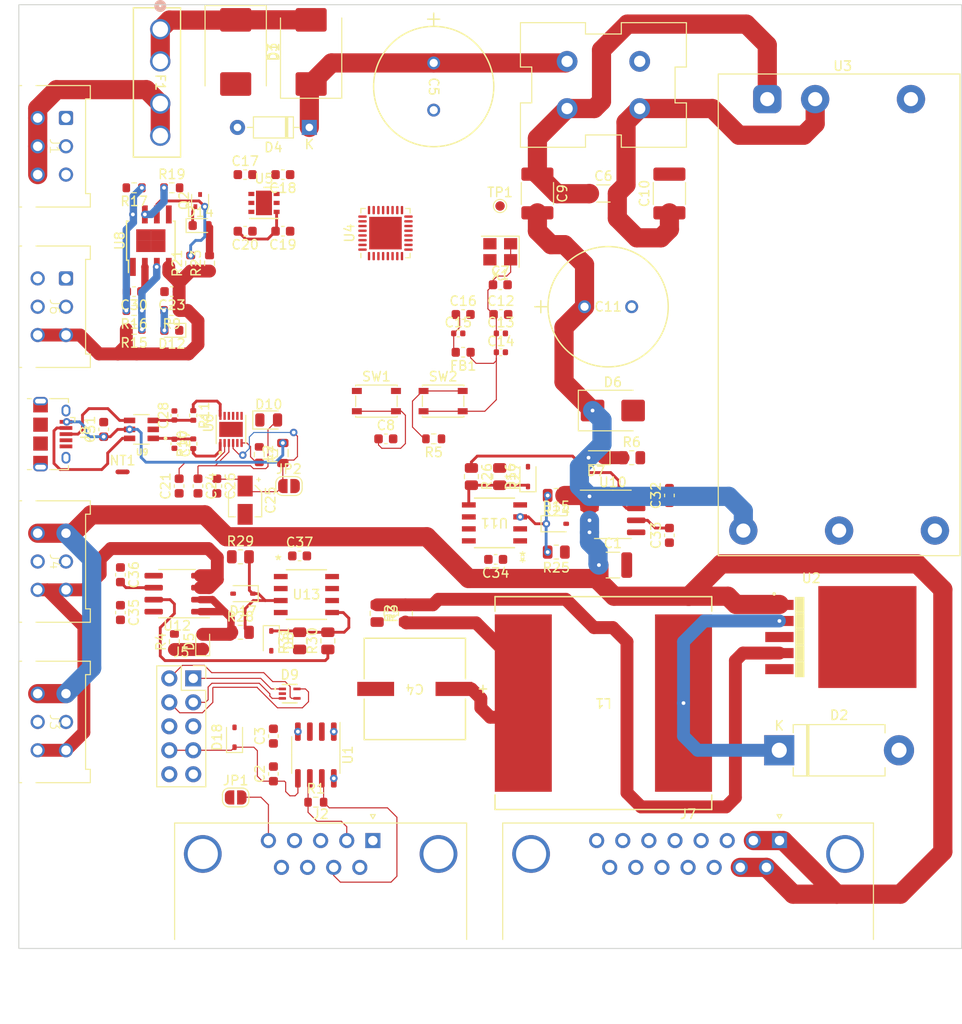
<source format=kicad_pcb>
(kicad_pcb (version 20221018) (generator pcbnew)
  (layers (0 "F.Cu" signal "Top.Cu") (1 "In1.Cu" signal) (2 "In2.Cu" signal) (31 "B.Cu" signal "Bottom.Cu") (34 "B.Paste" user) (35 "F.Paste" user) (36 "B.SilkS" user "B.Silkscreen") (37 "F.SilkS" user "F.Silkscreen") (38 "B.Mask" user) (39 "F.Mask" user) (44 "Edge.Cuts" user))
  (net 0 "")
  (net 1 "GND")
  (net 2 "+5V")
  (net 3 "Net-(U3-+VIN)")
  (net 4 "Net-(D3-K)")
  (net 5 "GND1")
  (net 6 "/VoltageCurrentSensing12V/Current_Sense_IN")
  (net 7 "/~{RST}")
  (net 8 "/MCU_3V3")
  (net 9 "Net-(U3--VIN)")
  (net 10 "/5V_UP")
  (net 11 "Net-(JP2-A)")
  (net 12 "/FTDI_{~{RST}}")
  (net 13 "/VCCIO")
  (net 14 "/DM")
  (net 15 "/DP")
  (net 16 "/V_{BUS}")
  (net 17 "Net-(U8-dV{slash}dT)")
  (net 18 "Net-(U10-FILTER)")
  (net 19 "/VoltageCurrentSensing5V_1/Current_Sense_IN")
  (net 20 "Net-(U12-FILTER)")
  (net 21 "Net-(D2-K)")
  (net 22 "Net-(D5-K)")
  (net 23 "Net-(D7-K)")
  (net 24 "Net-(D10-K)")
  (net 25 "Net-(D12-A)")
  (net 26 "Net-(D14-K)")
  (net 27 "Net-(D15-K)")
  (net 28 "Net-(D17-K)")
  (net 29 "Net-(D14-A)")
  (net 30 "Net-(D16-K)")
  (net 33 "/SW_{IM}")
  (net 34 "/PA14")
  (net 35 "/PA13")
  (net 38 "/FC_5V_B1")
  (net 40 "/FC+")
  (net 41 "Net-(U2-FB)")
  (net 42 "/CAN_L")
  (net 43 "/V-")
  (net 44 "Net-(U6-CBUS0)")
  (net 45 "/SHIELD")
  (net 46 "/CAN_H")
  (net 47 "Net-(U6-USBDM)")
  (net 48 "/V+")
  (net 49 "/12V_{FC}")
  (net 50 "Net-(U6-USBDP)")
  (net 51 "/D-")
  (net 52 "/D+")
  (net 53 "/GND_{1}")
  (net 54 "/U_5V")
  (net 55 "Net-(D1-K)")
  (net 56 "Net-(D8-K)")
  (net 57 "/~{FAULT}")
  (net 58 "Net-(U8-EN{slash}UVLO)")
  (net 59 "Net-(U8-OVLO)")
  (net 60 "Net-(U10-VIOUT)")
  (net 61 "Net-(U12-VIOUT)")
  (net 62 "/PA1")
  (net 63 "/PA2")
  (net 64 "/BOOT0")
  (net 67 "/I_{MON}5V")
  (net 68 "/PA8")
  (net 71 "Net-(U4-VDDA)")
  (net 72 "/12V_Voltage_Meas")
  (net 73 "/12V_Current_Meas")
  (net 74 "/5V_Voltage_Meas1")
  (net 75 "/5V_Current_Meas1")
  (net 76 "/CAN_{TXD}")
  (net 77 "/CAN_{RXD}")
  (net 78 "/CAN_{STBY}")
  (net 79 "/PC14")
  (net 80 "/PC15")
  (net 81 "/PA0")
  (net 82 "/PA7")
  (net 83 "/PB0")
  (net 84 "/PA9")
  (net 85 "/PA10")
  (net 86 "/PB3")
  (net 87 "/PB4")
  (net 88 "/PB5")
  (net 89 "/PB6")
  (net 90 "/PB7")
  (footprint "Capacitor_SMD:C_0603_1608Metric" (layer "F.Cu") (at 110.77585 110.405 -90)
    (fp_text reference "C36")
    (fp_text value "1n")
  )
  (footprint "Connector_Dsub:DSUB-9_Female_Horizontal_P2.77x2.84mm_EdgePinOffset7.70mm_Housed_MountingHolesOffset9.12mm" (layer "F.Cu") (at 137.55 138.569669)
    (fp_text reference "J2")
    (fp_text value "DE9_Receptacle")
  )
  (footprint "Capacitor_SMD:C_1812_4532Metric" (layer "F.Cu") (at 169 70 90)
    (fp_text reference "C10")
    (fp_text value "6.8n")
  )
  (footprint "Capacitor_SMD:C_0603_1608Metric" (layer "F.Cu") (at 169 106.225 90)
    (fp_text reference "C33")
    (fp_text value "1n")
  )
  (footprint "Package_SO:SOIC-8_3.9x4.9mm_P1.27mm" (layer "F.Cu") (at 163 104)
    (fp_text reference "U10")
    (fp_text value "ACS712xLCTR-05B")
  )
  (footprint "Package_DFN_QFN:DFN-6-1EP_3x3mm_P0.95mm_EP1.7x2.6mm" (layer "F.Cu") (at 126 71)
    (fp_text reference "U5")
    (fp_text value "LD39050PU33R")
  )
  (footprint "Capacitor_SMD:C_0603_1608Metric" (layer "F.Cu") (at 116.225 80.3975 180)
    (fp_text reference "C23")
    (fp_text value "100n")
  )
  (footprint "RB_FTP:STD_PWR_HEADER" (layer "F.Cu") (at 103.3 109 -90)
    (fp_text reference "J4")
    (fp_text value "STD_PWR_HEADER")
  )
  (footprint "Capacitor_SMD:C_0402_1005Metric" (layer "F.Cu") (at 151.125 84.825)
    (fp_text reference "C13")
    (fp_text value "100n")
  )
  (footprint "FPCB_Footprints:IND_101M51_VIS" (layer "F.Cu") (at 162 124 180)
    (fp_text reference "L1")
    (fp_text value "100u")
  )
  (footprint "Capacitor_SMD:C_0402_1005Metric" (layer "F.Cu") (at 146.605 84.825)
    (fp_text reference "C15")
    (fp_text value "100n")
  )
  (footprint "Connector_PinSocket_2.54mm:PinSocket_2x05_P2.54mm_Vertical" (layer "F.Cu") (at 118.5 121.38)
    (fp_text reference "J5")
    (fp_text value "Conn_02x05_Odd_Even")
  )
  (footprint "Resistor_SMD:R_0805_2012Metric" (layer "F.Cu") (at 138 114.5 -90)
    (fp_text reference "R3")
    (fp_text value "1k")
  )
  (footprint "Resistor_SMD:R_0603_1608Metric" (layer "F.Cu") (at 112.225 84.3975 180)
    (fp_text reference "R15")
    (fp_text value "150k")
  )
  (footprint "Capacitor_SMD:C_0603_1608Metric" (layer "F.Cu") (at 129.77585 108.405)
    (fp_text reference "C37")
    (fp_text value "0.1u")
  )
  (footprint "Crystal:Crystal_SMD_3225-4Pin_3.2x2.5mm" (layer "F.Cu") (at 151.0625 76.175 180)
    (fp_text reference "X1")
    (fp_text value "OXETDLJANF-8MHZ ")
  )
  (footprint "Diode_SMD:D_SMB" (layer "F.Cu") (at 163 93)
    (fp_text reference "D6")
    (fp_text value "SMBJ12A")
  )
  (footprint "Capacitor_SMD:C_1812_4532Metric" (layer "F.Cu") (at 155 70 -90)
    (fp_text reference "C9")
    (fp_text value "6.8n")
  )
  (footprint "Resistor_SMD:R_0805_2012Metric" (layer "F.Cu") (at 151 100 -90)
    (fp_text reference "R27")
    (fp_text value "1k")
  )
  (footprint "Resistor_SMD:R_0805_2012Metric" (layer "F.Cu") (at 132.77585 117.405 90)
    (fp_text reference "R30")
    (fp_text value "1.5k")
  )
  (footprint "Resistor_SMD:R_0603_1608Metric" (layer "F.Cu") (at 131.5 134.5)
    (fp_text reference "R1")
    (fp_text value "120")
  )
  (footprint "Resistor_SMD:R_0402_1005Metric" (layer "F.Cu") (at 118.5 93.52 -90)
    (fp_text reference "R11")
    (fp_text value "26.7")
  )
  (footprint "Resistor_SMD:R_0805_2012Metric" (layer "F.Cu") (at 123.5 108.5)
    (fp_text reference "R29")
    (fp_text value "1k")
  )
  (footprint "Capacitor_SMD:C_0603_1608Metric" (layer "F.Cu") (at 128 68 180)
    (fp_text reference "C18")
    (fp_text value "100n")
  )
  (footprint "RB_FTP:STD_PWR_HEADER" (layer "F.Cu") (at 103.3 126 -90)
    (fp_text reference "J3")
    (fp_text value "STD_PWR_HEADER")
  )
  (footprint "Diode_THT:D_DO-35_SOD27_P7.62mm_Horizontal" (layer "F.Cu") (at 130.81 63 180)
    (fp_text reference "D4")
    (fp_text value "1N5255B-TR")
  )
  (footprint "Inductor_SMD:L_0603_1608Metric" (layer "F.Cu") (at 147.125 86.825 180)
    (fp_text reference "FB1")
    (fp_text value "300R")
  )
  (footprint "Package_SO:TI_SO-PowerPAD-8" (layer "F.Cu") (at 114 75 90)
    (fp_text reference "U8")
    (fp_text value "TPS2596")
  )
  (footprint "Diode_SMD:D_SOD-323" (layer "F.Cu") (at 126.77585 117.405 -90)
    (fp_text reference "D8")
    (fp_text value "MM3Z3V3ST1GOSDKR-ND")
  )
  (footprint "Jumper:SolderJumper-2_P1.3mm_Open_RoundedPad1.0x1.5mm" (layer "F.Cu") (at 128.65 101)
    (fp_text reference "JP2")
    (fp_text value "SolderJumper_2_Open")
  )
  (footprint "Resistor_SMD:R_0805_2012Metric" (layer "F.Cu") (at 141 114.5 90)
    (fp_text reference "R2")
    (fp_text value "3.1k")
  )
  (footprint "Resistor_SMD:R_0603_1608Metric" (layer "F.Cu") (at 120.225 77.3975 90)
    (fp_text reference "R23")
    (fp_text value "120R")
  )
  (footprint "Resistor_SMD:R_0603_1608Metric" (layer "F.Cu") (at 116.225 82.3975 180)
    (fp_text reference "R9")
    (fp_text value "150R")
  )
  (footprint "Capacitor_SMD:CP_Elec_3x5.3" (layer "F.Cu") (at 124 102.5 -90)
    (fp_text reference "C25")
    (fp_text value "4u7")
  )
  (footprint "Diode_THT:D_DO-201AD_P12.70mm_Horizontal" (layer "F.Cu") (at 180.65 129)
    (fp_text reference "D2")
    (fp_text value "1N5822")
  )
  (footprint "Resistor_SMD:R_0805_2012Metric" (layer "F.Cu") (at 157 108 180)
    (fp_text reference "R25")
    (fp_text value "1k")
  )
  (footprint "Button_Switch_SMD:SW_SPST_PTS810" (layer "F.Cu") (at 145 92)
    (fp_text reference "SW2")
    (fp_text value "PTS815 SJM 250 SMTR LFS\n")
  )
  (footprint "LED_SMD:LED_0603_1608Metric" (layer "F.Cu") (at 116.225 84.5 180)
    (fp_text reference "D12")
    (fp_text value "BLUE")
  )
  (footprint "Capacitor_SMD:C_1206_3216Metric" (layer "F.Cu") (at 162 70)
    (fp_text reference "C6")
    (fp_text value "10u")
  )
  (footprint "Capacitor_SMD:C_0402_1005Metric" (layer "F.Cu") (at 116.5 96.52 -90)
    (fp_text reference "C27")
    (fp_text value "47p")
  )
  (footprint "LED_SMD:LED_0603_1608Metric" (layer "F.Cu") (at 119.5 117.5 90)
    (fp_text reference "D5")
    (fp_text value "LED")
  )
  (footprint "Capacitor_SMD:C_0603_1608Metric" (layer "F.Cu") (at 128 74 180)
    (fp_text reference "C19")
    (fp_text value "1u")
  )
  (footprint "Capacitor_SMD:C_0603_1608Metric" (layer "F.Cu") (at 138.925 96)
    (fp_text reference "C8")
    (fp_text value "100n")
  )
  (footprint "Resistor_SMD:R_0603_1608Metric" (layer "F.Cu") (at 116.5 117.5 90)
    (fp_text reference "R4")
    (fp_text value "560")
  )
  (footprint "Resistor_SMD:R_0805_2012Metric" (layer "F.Cu") (at 123.5 116.5)
    (fp_text reference "R28")
    (fp_text value "2k")
  )
  (footprint "Capacitor_SMD:C_0603_1608Metric" (layer "F.Cu") (at 151.125 82.825)
    (fp_text reference "C12")
    (fp_text value "4u7")
  )
  (footprint "Package_DFN_QFN:QFN-32-1EP_5x5mm_P0.5mm_EP3.45x3.45mm" (layer "F.Cu") (at 138.8875 74.2 90)
    (fp_text reference "U4")
    (fp_text value "STM32L432KCUx")
  )
  (footprint "Inductor_SMD:L_0805_2012Metric" (layer "F.Cu") (at 128 97.5 90)
    (fp_text reference "L2")
    (fp_text value "600R/0.5A")
  )
  (footprint "FCCB_FTP:ESDALC6V1P5" (layer "F.Cu") (at 128.7253 123.000001)
    (fp_text reference "D9")
    (fp_text value "ESDALC6V1P5")
  )
  (footprint "LED_SMD:LED_0805_2012Metric" (layer "F.Cu") (at 126.5 94)
    (fp_text reference "D10")
    (fp_text value "PINK")
  )
  (footprint "Converter_DCDC:Converter_DCDC_RECOM_RPA60-xxxxSFW" (layer "F.Cu") (at 179.38 60)
    (fp_text reference "U3")
    (fp_text value "RPA60-2412SFW")
  )
  (footprint "Button_Switch_SMD:SW_SPST_PTS810" (layer "F.Cu") (at 137.925 92)
    (fp_text reference "SW1")
    (fp_text value "PTS815 SJM 250 SMTR LFS")
  )
  (footprint "Capacitor_SMD:C_0603_1608Metric" (layer "F.Cu") (at 127 127.5 90)
    (fp_text reference "C3")
    (fp_text value "100n")
  )
  (footprint "Capacitor_SMD:C_0603_1608Metric" (layer "F.Cu") (at 119 101 -90)
    (fp_text reference "C24")
    (fp_text value "100n")
  )
  (footprint "Capacitor_SMD:C_0603_1608Metric" (layer "F.Cu") (at 147.125 82.825)
    (fp_text reference "C16")
    (fp_text value "1u")
  )
  (footprint "RB_FTP:STD_PWR_HEADER" (layer "F.Cu") (at 103.3 82 -90)
    (fp_text reference "J6")
    (fp_text value "STD_PWR_HEADER")
  )
  (footprint "FPCB_Footprints:D2PAK-5" (layer "F.Cu") (at 185.19 117)
    (fp_text reference "U2")
    (fp_text value "LM2576D2TR4-5G")
  )
  (footprint "BATT_FTP:SO8_STM" (layer "F.Cu") (at 150.4483 104.905 180)
    (fp_text reference "U11")
    (fp_text value "TSV912IDT")
  )
  (footprint "Capacitor_SMD:C_0603_1608Metric" (layer "F.Cu") (at 127 131.5 90)
    (fp_text reference "C2")
    (fp_text value "100n")
  )
  (footprint "Resistor_SMD:R_0603_1608Metric" (layer "F.Cu") (at 112.225 69.3975 180)
    (fp_text reference "R17")
    (fp_text value "47k")
  )
  (footprint "Diode_SMD:D_SMC" (layer "F.Cu") (at 131 55 90)
    (fp_text reference "D3")
    (fp_text value "SL44-E3_57T")
  )
  (footprint "FCCB_FTP:SON45P300X300X80-13N" (layer "F.Cu") (at 122.5 95 90)
    (fp_text reference "U6")
    (fp_text value "FT234XD-R")
  )
  (footprint "Package_TO_SOT_SMD:SOT-523" (layer "F.Cu") (at 119.225 70.7525 90)
    (fp_text reference "Q2")
    (fp_text value "NMOS")
  )
  (footprint "Diode_SMD:D_SOD-323" (layer "F.Cu") (at 123.77585 112.405 180)
    (fp_text reference "D17")
    (fp_text value "MM3Z3V3ST1GOSDKR-ND")
  )
  (footprint "Jumper:SolderJumper-2_P1.3mm_Open_RoundedPad1.0x1.5mm" (layer "F.Cu") (at 123 134)
    (fp_text reference "JP1")
    (fp_text value "SolderJumper_2_Open")
  )
  (footprint "Package_SO:SOIC-8_3.9x4.9mm_P1.27mm" (layer "F.Cu") (at 116.77585 112.405 180)
    (fp_text reference "U12")
    (fp_text value "ACS712xLCTR-05B")
  )
  (footprint "Resistor_SMD:R_0603_1608Metric" (layer "F.Cu") (at 116.225 69.3975)
    (fp_text reference "R19")
    (fp_text value "1k1")
  )
  (footprint "Capacitor_SMD:C_0603_1608Metric" (layer "F.Cu") (at 112.225 80.3975 180)
    (fp_text reference "C30")
    (fp_text value "2n2")
  )
  (footprint "Resistor_SMD:R_0603_1608Metric" (layer "F.Cu") (at 144 96 180)
    (fp_text reference "R5")
    (fp_text value "10k")
  )
  (footprint "Capacitor_SMD:C_0603_1608Metric" (layer "F.Cu") (at 121 101 -90)
    (fp_text reference "C26")
    (fp_text value "100n")
  )
  (footprint "Resistor_SMD:R_0603_1608Metric" (layer "F.Cu") (at 118.225 77.3975 90)
    (fp_text reference "R21")
    (fp_text value "10k")
  )
  (footprint "NetTie:NetTie-2_SMD_Pad0.5mm" (layer "F.Cu") (at 111 99.5)
    (fp_text reference "NT1")
    (fp_text value "NetTie_2")
  )
  (footprint "Diode_SMD:D_SOD-323" (layer "F.Cu") (at 154 100 90)
    (fp_text reference "D16")
    (fp_text value "MM3Z3V3ST1GOSDKR-ND")
  )
  (footprint "Capacitor_SMD:C_0603_1608Metric" (layer "F.Cu") (at 151.0625 79.675)
    (fp_text reference "C7")
    (fp_text value "100n")
  )
  (footprint "Resistor_SMD:R_0603_1608Metric" (layer "F.Cu") (at 112.225 82.3975 180)
    (fp_text reference "R16")
    (fp_text value "7k87")
  )
  (footprint "BATT_FTP:CONN_3544-2_KEY" (layer "F.Cu") (at 115 52.593999 -90)
    (fp_text reference "F1")
    (fp_text value "3544-2")
  )
  (footprint "Resistor_SMD:R_0805_2012Metric" (layer "F.Cu") (at 165 98)
    (fp_text reference "R6")
    (fp_text value "2k")
  )
  (footprint "RB_FTP:STD_PWR_HEADER" (layer "F.Cu") (at 103.3 65 -90)
    (fp_text reference "J1")
    (fp_text value "STD_PWR_HEADER")
  )
  (footprint "Capacitor_SMD:C_0603_1608Metric" (layer "F.Cu") (at 110.77585 114.405 -90)
    (fp_text reference "C35")
    (fp_text value "0.1u")
  )
  (footprint "Capacitor_SMD:C_0402_1005Metric" (layer "F.Cu") (at 116.5 93.52 90)
    (fp_text reference "C28")
    (fp_text value "47p")
  )
  (footprint "Connector_Dsub:DSUB-15_Female_Horizontal_P2.77x2.84mm_EdgePinOffset7.70mm_Housed_MountingHolesOffset9.12mm" (layer "F.Cu") (at 180.675 138.569669)
    (fp_text reference "J7")
    (fp_text value "DA15_Receptacle_MountingHoles")
  )
  (footprint "FPCB_Footprints:CAP_UAQ_12P5X20_NCH" (layer "F.Cu") (at 160 82)
    (fp_text reference "C11")
    (fp_text value "100u")
  )
  (footprint "Resistor_SMD:R_0402_1005Metric" (layer "F.Cu") (at 118.5 96.52 90)
    (fp_text reference "R10")
    (fp_text value "26.7")
  )
  (footprint "Capacitor_SMD:C_0603_1608Metric" (layer "F.Cu") (at 150.575 108.775 180)
    (fp_text reference "C34")
    (fp_text value "0.1u")
  )
  (footprint "Capacitor_SMD:C_0603_1608Metric" (layer "F.Cu") (at 169 102 90)
    (fp_text reference "C32")
    (fp_text value "0.1u")
  )
  (footprint "FPCB_Footprints:PCAP_10x10-ELECT_NCA" (layer "F.Cu") (at 142 122.5 180)
    (fp_text reference "C4")
    (fp_text value "1000u")
  )
  (footprint "Capacitor_SMD:C_0603_1608Metric" (layer "F.Cu") (at 117 101 90)
    (fp_text reference "C21")
    (fp_text value "100n")
  )
  (footprint "Resistor_SMD:R_0805_2012Metric" (layer "F.Cu") (at 129.77585 117.405 90)
    (fp_text reference "R31")
    (fp_text value "1k")
  )
  (footprint "Resistor_SMD:R_0805_2012Metric" (layer "F.Cu") (at 148 100 -90)
    (fp_text reference "R26")
    (fp_text value "1.5k")
  )
  (footprint "Resistor_SMD:R_0805_2012Metric" (layer "F.Cu") (at 157 102 180)
    (fp_text reference "R24")
    (fp_text value "2.7k")
  )
  (footprint "Capacitor_SMD:C_0603_1608Metric" (layer "F.Cu") (at 109 95 90)
    (fp_text reference "C31")
    (fp_text value "100n")
  )
  (footprint "FPCB_Footprints:CAP_UAQ_12P5X20_NCH" (layer "F.Cu") (at 144 56.16675 -90)
    (fp_text reference "C5")
    (fp_text value "100u")
  )
  (footprint "Package_SO:SOIC-8_3.9x4.9mm_P1.27mm" (layer "F.Cu") (at 131.5 129.5 -90)
    (fp_text reference "U1")
    (fp_text value "MCP2542FD-E/SN")
  )
  (footprint "FCCB_FTP:USBLC6-2SC6" (layer "F.Cu") (at 113 95 180)
    (fp_text reference "U9")
    (fp_text value "USBLC6-2SC6")
  )
  (footprint "Diode_SMD:D_SOD-323" (layer "F.Cu") (at 157 105)
    (fp_text reference "D15")
    (fp_text value "MM3Z3V3ST1GOSDKR-ND")
  )
  (footprint "Resistor_SMD:R_0603_1608Metric" (layer "F.Cu") (at 125.5 97.675 -90)
    (fp_text reference "R7")
    (fp_text value "30.1")
  )
  (footprint "LED_SMD:LED_0603_1608Metric" (layer "F.Cu") (at 161.2125 98 180)
    (fp_text reference "D7")
    (fp_text value "LED")
  )
  (footprint "Diode_SMD:D_SOD-323" (layer "F.Cu") (at 122.875 127.625 90)
    (fp_text reference "D18")
    (fp_text value "MM3Z3V3ST1GOSDKR-ND")
  )
  (footprint "TestPoint:TestPoint_Pad_D1.0mm" (layer "F.Cu") (at 151.0375 71.325)
    (fp_text reference "TP1")
    (fp_text value "MCO")
  )
  (footprint "Capacitor_SMD:C_0603_1608Metric" (layer "F.Cu") (at 124 68)
    (fp_text reference "C17")
    (fp_text value "1u")
  )
  (footprint "Connector_USB:USB_Micro-B_Amphenol_10118194_Horizontal" (layer "F.Cu") (at 103.6 95.5 -90)
    (fp_text reference "J8")
    (fp_text value "USB_B_Micro")
  )
  (footprint "Diode_SMD:D_SMC" (layer "F.Cu") (at 123 55 -90)
    (fp_text reference "D1")
    (fp_text value "S10ML-TP")
  )
  (footprint "Capacitor_SMD:C_0603_1608Metric" (layer "F.Cu") (at 124 74 180)
    (fp_text reference "C20")
    (fp_text value "100n")
  )
  (footprint "Capacitor_SMD:C_0402_1005Metric" (layer "F.Cu") (at 151.125 86.825)
    (fp_text reference "C14")
    (fp_text value "100n")
  )
  (footprint "BATT_FTP:CMC" (layer "F.Cu") (at 160.5 57.25 -90)
    (fp_text reference "FL1" hide)
    (fp_text value "Filter_EMI_LL_1423" hide)
  )
  (footprint "LED_SMD:LED_0603_1608Metric" (layer "F.Cu") (at 119.225 73.3975)
    (fp_text reference "D14")
    (fp_text value "RED")
  )
  (footprint "Capacitor_SMD:C_1210_3225Metric" (layer "F.Cu") (at 163 109.375)
    (fp_text reference "C1")
    (fp_text value "100u")
  )
  (footprint "BATT_FTP:SO8_STM" (layer "F.Cu") (at 130.5 112.5)
    (fp_text reference "U13")
    (fp_text value "TSV912IDT")
  )
  (gr_rect (start 100 50) (end 200 150) (stroke (width 0.1)) (fill none) (layer "Edge.Cuts"))
  (segment (start 165.475 102.095) (end 166.855 102.095) (width 0.300387) (layer "F.Cu") (net 2))
  (segment (start 167.725 101.225) (end 169 101.225) (width 0.300387) (layer "F.Cu") (net 2))
  (segment (start 166.855 102.095) (end 167.725 101.225) (width 0.300387) (layer "F.Cu") (net 2))
  (segment (start 161.8 54.8) (end 164.55 52.05) (width 2.03286) (layer "F.Cu") (net 3))
  (segment (start 155 67.95) (end 155 64.15) (width 2.03286) (layer "F.Cu") (net 3))
  (segment (start 155 67.95) (end 157.075 70.025) (width 2.03286) (layer "F.Cu") (net 3))
  (segment (start 177.15 52.05) (end 179.38 54.28) (width 2.03286) (layer "F.Cu") (net 3))
  (segment (start 179.38 54.28) (end 179.38 60) (width 2.03286) (layer "F.Cu") (net 3))
  (segment (start 158.15 61) (end 161.025 61) (width 2.03286) (layer "F.Cu") (net 3))
  (segment (start 157.075 70.025) (end 160.5 70.025) (width 2.03286) (layer "F.Cu") (net 3))
  (segment (start 164.55 52.05) (end 177.15 52.05) (width 2.03286) (layer "F.Cu") (net 3))
  (segment (start 161.025 61) (end 161.8 60.225) (width 2.03286) (layer "F.Cu") (net 3))
  (segment (start 160.5 70.025) (end 160.525 70) (width 2.03286) (layer "F.Cu") (net 3))
  (segment (start 155 64.15) (end 158.15 61) (width 2.03286) (layer "F.Cu") (net 3))
  (segment (start 161.8 60.225) (end 161.8 54.8) (width 2.03286) (layer "F.Cu") (net 3))
  (segment (start 131 58.4) (end 131 58.325) (width 2.03286) (layer "F.Cu") (net 4))
  (segment (start 130.81 58.59) (end 131 58.4) (width 2.03286) (layer "F.Cu") (net 4))
  (segment (start 130.81 63) (end 130.81 58.59) (width 2.03286) (layer "F.Cu") (net 4))
  (segment (start 133.15825 56.16675) (end 144 56.16675) (width 2.03286) (layer "F.Cu") (net 4))
  (segment (start 157.98325 56.16675) (end 158.15 56) (width 2.03286) (layer "F.Cu") (net 4))
  (segment (start 144 56.16675) (end 157.98325 56.16675) (width 2.03286) (layer "F.Cu") (net 4))
  (segment (start 131 58.325) (end 133.15825 56.16675) (width 2.03286) (layer "F.Cu") (net 4))
  (segment (start 160 77.55) (end 157.875 75.425) (width 2.03286) (layer "F.Cu") (net 6))
  (segment (start 156.45 75.425) (end 155 73.975) (width 2.03286) (layer "F.Cu") (net 6))
  (segment (start 157.825 89.975) (end 157.825 84.175) (width 2.03286) (layer "F.Cu") (net 6))
  (segment (start 155 73.975) (end 155 72.05) (width 2.03286) (layer "F.Cu") (net 6))
  (segment (start 157.875 75.425) (end 156.45 75.425) (width 2.03286) (layer "F.Cu") (net 6))
  (segment (start 157.825 84.175) (end 160 82) (width 2.03286) (layer "F.Cu") (net 6))
  (segment (start 160.43 102) (end 160.525 102.095) (width 2.03286) (layer "F.Cu") (net 6))
  (segment (start 160 82) (end 160 77.55) (width 2.03286) (layer "F.Cu") (net 6))
  (segment (start 160.525 102.095) (end 160.525 103.01857) (width 2.03286) (layer "F.Cu") (net 6))
  (segment (start 157.9125 102) (end 160.43 102) (width 2.03286) (layer "F.Cu") (net 6))
  (segment (start 160.85 93) (end 157.825 89.975) (width 2.03286) (layer "F.Cu") (net 6))
  (via (at 176.84 105.72) (size 0.8) (drill 0.4) (layers "F.Cu" "B.Cu") (net 6))
  (via (at 160.425 98) (size 0.8) (drill 0.4) (layers "F.Cu" "B.Cu") (net 6))
  (via (at 160.85 93) (size 0.8) (drill 0.4) (layers "F.Cu" "B.Cu") (net 6))
  (via (at 160.525 102.095) (size 0.8) (drill 0.4) (layers "F.Cu" "B.Cu") (net 6))
  (segment (start 160.525 102.095) (end 175.295 102.095) (width 2.03286) (layer "B.Cu") (net 6))
  (segment (start 159.45 98.975) (end 160.425 98) (width 2.03286) (layer "B.Cu") (net 6))
  (segment (start 161.85 94) (end 160.85 93) (width 2.03286) (layer "B.Cu") (net 6))
  (segment (start 176.84 103.64) (end 176.84 105.72) (width 2.03286) (layer "B.Cu") (net 6))
  (segment (start 175.295 102.095) (end 176.84 103.64) (width 2.03286) (layer "B.Cu") (net 6))
  (segment (start 160.525 102.095) (end 159.45 101.02) (width 2.03286) (layer "B.Cu") (net 6))
  (segment (start 161.85 96.575) (end 161.85 94) (width 2.03286) (layer "B.Cu") (net 6))
  (segment (start 159.45 101.02) (end 159.45 98.975) (width 2.03286) (layer "B.Cu") (net 6))
  (segment (start 160.425 98) (end 161.85 96.575) (width 2.03286) (layer "B.Cu") (net 6))
  (segment (start 141 93.5) (end 140.575 93.075) (width 0.115469) (layer "F.Cu") (net 7))
  (segment (start 135.85 93.075) (end 140 93.075) (width 0.115469) (layer "F.Cu") (net 7))
  (segment (start 138.15 96) (end 138.15 96.65) (width 0.115469) (layer "F.Cu") (net 7))
  (segment (start 141 96.5) (end 141 93.5) (width 0.115469) (layer "F.Cu") (net 7))
  (segment (start 118.5 121.38) (end 125.655 121.38) (width 0.115469) (layer "F.Cu") (net 7))
  (segment (start 138.5 97) (end 140.5 97) (width 0.115469) (layer "F.Cu") (net 7))
  (segment (start 140.575 93.075) (end 140 93.075) (width 0.115469) (layer "F.Cu") (net 7))
  (segment (start 126.775002 122.500002) (end 127.9506 122.500002) (width 0.115469) (layer "F.Cu") (net 7))
  (segment (start 140.5 97) (end 141 96.5) (width 0.115469) (layer "F.Cu") (net 7))
  (segment (start 138.15 96.65) (end 138.5 97) (width 0.115469) (layer "F.Cu") (net 7))
  (segment (start 125.655 121.38) (end 126.775002 122.500002) (width 0.115469) (layer "F.Cu") (net 7))
  (segment (start 149.75 82.225) (end 149.75 80.25) (width 0.115469) (layer "F.Cu") (net 8))
  (segment (start 122.55 129) (end 122.875 128.675) (width 0.115469) (layer "F.Cu") (net 8))
  (segment (start 127 132.275) (end 128.175 132.275) (width 0.115469) (layer "F.Cu") (net 8))
  (segment (start 150.645 86.825) (end 150.645 84.825) (width 0.115469) (layer "F.Cu") (net 8))
  (segment (start 124.050193 74.825193) (end 126.399807 74.825193) (width 0.300387) (layer "F.Cu") (net 8))
  (segment (start 128.175 132.275) (end 128.3 132.4) (width 0.115469) (layer "F.Cu") (net 8))
  (segment (start 142.925 93.075) (end 147.075 93.075) (width 0.115469) (layer "F.Cu") (net 8))
  (segment (start 124.925 128.675) (end 125.3 129.05) (width 0.115469) (layer "F.Cu") (net 8))
  (segment (start 125.825 132.275) (end 127 132.275) (width 0.115469) (layer "F.Cu") (net 8))
  (segment (start 149.75 80.25) (end 150.2875 79.7125) (width 0.115469) (layer "F.Cu") (net 8))
  (segment (start 150.2875 79.2125) (end 150.75 78.75) (width 0.115469) (layer "F.Cu") (net 8))
  (segment (start 115.96 129) (end 118.5 129) (width 0.115469) (layer "F.Cu") (net 8))
  (segment (start 152.1625 78.3375) (end 152.1625 77.025) (width 0.115469) (layer "F.Cu") (net 8))
  (segment (start 150.645 87.5) (end 150.645 86.825) (width 0.115469) (layer "F.Cu") (net 8))
  (segment (start 122.875 128.675) (end 124.925 128.675) (width 0.115469) (layer "F.Cu") (net 8))
  (segment (start 127.34 71.95) (end 127.34 73.885) (width 0.300387) (layer "F.Cu") (net 8))
  (segment (start 150.645 83.12) (end 150.35 82.825) (width 0.115469) (layer "F.Cu") (net 8))
  (segment (start 128.3 133.375) (end 128.75 133.825) (width 0.115469) (layer "F.Cu") (net 8))
  (segment (start 118.5 129) (end 122.55 129) (width 0.115469) (layer "F.Cu") (net 8))
  (segment (start 129.6 133.525) (end 129.6 131.98) (width 0.115469) (layer "F.Cu") (net 8))
  (segment (start 150.35 82.825) (end 149.75 82.225) (width 0.115469) (layer "F.Cu") (net 8))
  (segment (start 150.645 87.71) (end 150.645 87.5) (width 0.115469) (layer "F.Cu") (net 8))
  (segment (start 127.34 73.885) (end 127.225 74) (width 0.300387) (layer "F.Cu") (net 8))
  (segment (start 148.5 88) (end 150.355 88) (width 0.115469) (layer "F.Cu") (net 8))
  (segment (start 147.9125 87.4125) (end 148.5 88) (width 0.115469) (layer "F.Cu") (net 8))
  (segment (start 129.6 131.98) (end 129.595 131.975) (width 0.115469) (layer "F.Cu") (net 8))
  (segment (start 150.355 88) (end 150.645 87.71) (width 0.115469) (layer "F.Cu") (net 8))
  (segment (start 149.425 93.075) (end 150.645 91.855) (width 0.115469) (layer "F.Cu") (net 8))
  (segment (start 125.3 131.75) (end 125.825 132.275) (width 0.115469) (layer "F.Cu") (net 8))
  (segment (start 150.645 84.825) (end 150.645 83.12) (width 0.115469) (layer "F.Cu") (net 8))
  (segment (start 150.645 91.855) (end 150.645 87.5) (width 0.115469) (layer "F.Cu") (net 8))
  (segment (start 129.3 133.825) (end 129.6 133.525) (width 0.115469) (layer "F.Cu") (net 8))
  (segment (start 125.3 129.05) (end 125.3 131.75) (width 0.115469) (layer "F.Cu") (net 8))
  (segment (start 150.75 78.75) (end 151.75 78.75) (width 0.115469) (layer "F.Cu") (net 8))
  (segment (start 147.9125 86.825) (end 147.9125 87.4125) (width 0.115469) (layer "F.Cu") (net 8))
  (segment (start 150.2875 79.675) (end 150.2875 79.2125) (width 0.115469) (layer "F.Cu") (net 8))
  (segment (start 150.2875 79.7125) (end 150.2875 79.675) (width 0.115469) (layer "F.Cu") (net 8))
  (segment (start 128.75 133.825) (end 129.3 133.825) (width 0.115469) (layer "F.Cu") (net 8))
  (segment (start 126.399807 74.825193) (end 127.225 74) (width 0.300387) (layer "F.Cu") (net 8))
  (segment (start 151.75 78.75) (end 152.1625 78.3375) (width 0.115469) (layer "F.Cu") (net 8))
  (segment (start 128.3 132.4) (end 128.3 133.375) (width 0.115469) (layer "F.Cu") (net 8))
  (segment (start 123.225 74) (end 124.050193 74.825193) (width 0.300387) (layer "F.Cu") (net 8))
  (segment (start 152.1625 75.325) (end 152.1625 77.025) (width 0.115469) (layer "F.Cu") (net 8))
  (segment (start 147.075 93.075) (end 149.425 93.075) (width 0.115469) (layer "F.Cu") (net 8))
  (segment (start 176.375 63.825) (end 183.25 63.825) (width 2.03286) (layer "F.Cu") (net 9))
  (segment (start 173.55 61) (end 176.375 63.825) (width 2.03286) (layer "F.Cu") (net 9))
  (segment (start 168.1 74.7) (end 169 73.8) (width 2.03286) (layer "F.Cu") (net 9))
  (segment (start 165.55 74.7) (end 168.1 74.7) (width 2.03286) (layer "F.Cu") (net 9))
  (segment (start 169 73.8) (end 169 72.05) (width 2.03286) (layer "F.Cu") (net 9))
  (segment (start 164.4 62.45) (end 165.85 61) (width 2.03286) (layer "F.Cu") (net 9))
  (segment (start 163.475 70) (end 164.4 69.075) (width 2.03286) (layer "F.Cu") (net 9))
  (segment (start 184.46 62.615) (end 184.46 60) (width 2.03286) (layer "F.Cu") (net 9))
  (segment (start 165.85 61) (end 173.55 61) (width 2.03286) (layer "F.Cu") (net 9))
  (segment (start 163.475 70) (end 163.475 72.625) (width 2.03286) (layer "F.Cu") (net 9))
  (segment (start 163.475 72.625) (end 165.55 74.7) (width 2.03286) (layer "F.Cu") (net 9))
  (segment (start 164.4 69.075) (end 164.4 62.45) (width 2.03286) (layer "F.Cu") (net 9))
  (segment (start 183.25 63.825) (end 184.46 62.615) (width 2.03286) (layer "F.Cu") (net 9))
  (segment (start 112.5 87) (end 118 87) (width 1.36703) (layer "F.Cu") (net 10))
  (segment (start 117 80.3975) (end 117 82.3475) (width 1.36703) (layer "F.Cu") (net 10))
  (segment (start 115.905 78.3525) (end 117 79.4475) (width 1.36703) (layer "F.Cu") (net 10))
  (segment (start 102 85) (end 105 85) (width 1.36703) (layer "F.Cu") (net 10))
  (segment (start 119 86) (end 119 83.5) (width 1.36703) (layer "F.Cu") (net 10))
  (segment (start 117.8975 82.3975) (end 117.05 82.3975) (width 1.36703) (layer "F.Cu") (net 10))
  (segment (start 118 87) (end 119 86) (width 1.36703) (layer "F.Cu") (net 10))
  (segment (start 111.4 84.3975) (end 111.4 86.1) (width 1.36703) (layer "F.Cu") (net 10))
  (segment (start 117 80.3975) (end 117 79.4475) (width 1.36703) (layer "F.Cu") (net 10))
  (segment (start 115.905 77.78) (end 115.905 78.3525) (width 1.36703) (layer "F.Cu") (net 10))
  (segment (start 108.5 87) (end 110.5 87) (width 1.36703) (layer "F.Cu") (net 10))
  (segment (start 117 82.3475) (end 117.05 82.3975) (width 1.36703) (layer "F.Cu") (net 10))
  (segment (start 111.4 86.1) (end 110.5 87) (width 1.36703) (layer "F.Cu") (net 10))
  (segment (start 117 79.4475) (end 118.225 78.2225) (width 1.36703) (layer "F.Cu") (net 10))
  (segment (start 110.5 87) (end 112.5 87) (width 1.36703) (layer "F.Cu") (net 10))
  (segment (start 105 85) (end 106.5 85) (width 1.36703) (layer "F.Cu") (net 10))
  (segment (start 119 83.5) (end 117.8975 82.3975) (width 1.36703) (layer "F.Cu") (net 10))
  (segment (start 120.225 78.2225) (end 118.225 78.2225) (width 1.36703) (layer "F.Cu") (net 10))
  (segment (start 106.5 85) (end 108.5 87) (width 1.36703) (layer "F.Cu") (net 10))
  (segment (start 127.4 101.6) (end 128 101) (width 0.115) (layer "F.Cu") (net 11))
  (segment (start 124 101) (end 124.6 101.6) (width 0.115) (layer "F.Cu") (net 11))
  (segment (start 128 101) (end 128 98.5625) (width 0.115) (layer "F.Cu") (net 11))
  (segment (start 123.275 100.275) (end 124 101) (width 0.115) (layer "F.Cu") (net 11))
  (segment (start 121 100.225) (end 121.05 100.275) (width 0.300387) (layer "F.Cu") (net 11))
  (segment (start 129.55 97.875) (end 129.175 98.25) (width 0.115) (layer "F.Cu") (net 11))
  (segment (start 129.15 95.325) (end 129.55 95.725) (width 0.115) (layer "F.Cu") (net 11))
  (segment (start 122.725 96.435) (end 122.725 97.02463) (width 0.115469) (layer "F.Cu") (net 11))
  (segment (start 124.6 101.6) (end 127.4 101.6) (width 0.115) (layer "F.Cu") (net 11))
  (segment (start 129.175 98.25) (end 128.3125 98.25) (width 0.115) (layer "F.Cu") (net 11))
  (segment (start 121.05 100.275) (end 123.275 100.275) (width 0.115) (layer "F.Cu") (net 11))
  (segment (start 128.3125 98.25) (end 128 98.5625) (width 0.115) (layer "F.Cu") (net 11))
  (segment (start 122.725 97.02463) (end 123.425677 97.725307) (width 0.115469) (layer "F.Cu") (net 11))
  (segment (start 129.55 95.725) (end 129.55 97.875) (width 0.115) (layer "F.Cu") (net 11))
  (segment (start 123.425677 97.725307) (end 123.75 97.725307) (width 0.115469) (layer "F.Cu") (net 11))
  (via (at 129.15 95.325) (size 0.8) (drill 0.4) (layers "F.Cu" "B.Cu") (net 11))
  (via (at 123.75 97.725307) (size 0.8) (drill 0.4) (layers "F.Cu" "B.Cu") (net 11))
  (segment (start 124.45 97.025307) (end 124.45 95.8) (width 0.115) (layer "B.Cu") (net 11))
  (segment (start 124.925 95.325) (end 129.15 95.325) (width 0.115) (layer "B.Cu") (net 11))
  (segment (start 124.45 95.8) (end 124.925 95.325) (width 0.115) (layer "B.Cu") (net 11))
  (segment (start 123.75 97.725307) (end 124.45 97.025307) (width 0.115) (layer "B.Cu") (net 11))
  (segment (start 117 100.225) (end 117 99.15) (width 0.115469) (layer "F.Cu") (net 12))
  (segment (start 121.825 97.376898) (end 121.825 96.435) (width 0.115469) (layer "F.Cu") (net 12))
  (segment (start 117.675 98.475) (end 120.726898 98.475) (width 0.115469) (layer "F.Cu") (net 12))
  (segment (start 120.726898 98.475) (end 121.825 97.376898) (width 0.115469) (layer "F.Cu") (net 12))
  (segment (start 117 99.15) (end 117.675 98.475) (width 0.115469) (layer "F.Cu") (net 12))
  (segment (start 119 98.925) (end 119.075 98.85) (width 0.115469) (layer "F.Cu") (net 13))
  (segment (start 126.425 95.0125) (end 127.4375 94) (width 0.115469) (layer "F.Cu") (net 13))
  (segment (start 124.882734 99.157734) (end 126.192266 99.157734) (width 0.115469) (layer "F.Cu") (net 13))
  (segment (start 126.425 98.925) (end 126.425 95.0125) (width 0.115469) (layer "F.Cu") (net 13))
  (segment (start 122.275 96.435) (end 122.275 97.4) (width 0.115469) (layer "F.Cu") (net 13))
  (segment (start 122.275 97.4) (end 120.825 98.85) (width 0.115469) (layer "F.Cu") (net 13))
  (segment (start 124.575 98.85) (end 124.882734 99.157734) (width 0.115469) (layer "F.Cu") (net 13))
  (segment (start 120.825 98.85) (end 124.575 98.85) (width 0.115469) (layer "F.Cu") (net 13))
  (segment (start 126.192266 99.157734) (end 126.425 98.925) (width 0.115469) (layer "F.Cu") (net 13))
  (segment (start 119 100.225) (end 119 98.925) (width 0.115469) (layer "F.Cu") (net 13))
  (segment (start 119.075 98.85) (end 120.825 98.85) (width 0.115469) (layer "F.Cu") (net 13))
  (segment (start 116.41 95.95) (end 116.5 96.04) (width 0.300387) (layer "F.Cu") (net 14))
  (segment (start 114.255 95.95) (end 116.41 95.95) (width 0.300387) (layer "F.Cu") (net 14))
  (segment (start 116.53 96.01) (end 116.5 96.04) (width 0.300387) (layer "F.Cu") (net 14))
  (segment (start 118.5 96.01) (end 116.53 96.01) (width 0.300387) (layer "F.Cu") (net 14))
  (segment (start 116.53 94.03) (end 116.5 94) (width 0.300387) (layer "F.Cu") (net 15))
  (segment (start 118.5 94.03) (end 116.53 94.03) (width 0.300387) (layer "F.Cu") (net 15))
  (segment (start 116.45 94.05) (end 116.5 94) (width 0.300387) (layer "F.Cu") (net 15))
  (segment (start 114.255 94.05) (end 116.45 94.05) (width 0.300387) (layer "F.Cu") (net 15))
  (segment (start 109.7 95.775) (end 109 95.775) (width 0.300387) (layer "F.Cu") (net 16))
  (segment (start 111.745 95) (end 110.475 95) (width 0.300387) (layer "F.Cu") (net 16))
  (segment (start 110.475 95) (end 109.7 95.775) (width 0.300387) (layer "F.Cu") (net 16))
  (via (at 111.745 95) (size 0.8) (drill 0.4) (layers "F.Cu" "B.Cu") (net 16))
  (via (at 128 96.4375) (size 0.8) (drill 0.4) (layers "F.Cu" "B.Cu") (net 16))
  (via (at 105.075 94.2) (size 0.8) (drill 0.4) (layers "F.Cu" "B.Cu") (net 16))
  (via (at 109 95.775) (size 0.8) (drill 0.4) (layers "F.Cu" "B.Cu") (net 16))
  (segment (start 112.6 95) (end 112.975 95.375) (width 0.300387) (layer "B.Cu") (net 16))
  (segment (start 111.745 95) (end 112.6 95) (width 0.300387) (layer "B.Cu") (net 16))
  (segment (start 112.975 95.375) (end 112.975 97.975) (width 0.300387) (layer "B.Cu") (net 16))
  (segment (start 113.475 98.475) (end 127.25 98.475) (width 0.300387) (layer "B.Cu") (net 16))
  (segment (start 107.5 95.775) (end 109 95.775) (width 0.300387) (layer "B.Cu") (net 16))
  (segment (start 128 97.725) (end 128 96.4375) (width 0.300387) (layer "B.Cu") (net 16))
  (segment (start 107.1 95.375) (end 107.5 95.775) (width 0.300387) (layer "B.Cu") (net 16))
  (segment (start 107.1 94.85) (end 107.1 95.375) (width 0.300387) (layer "B.Cu") (net 16))
  (segment (start 112.975 97.975) (end 113.475 98.475) (width 0.300387) (layer "B.Cu") (net 16))
  (segment (start 106.45 94.2) (end 107.1 94.85) (width 0.300387) (layer "B.Cu") (net 16))
  (segment (start 127.25 98.475) (end 128 97.725) (width 0.300387) (layer "B.Cu") (net 16))
  (segment (start 105.075 94.2) (end 106.45 94.2) (width 0.300387) (layer "B.Cu") (net 16))
  (segment (start 113 80.3975) (end 113.375 80.0225) (width 0.781437) (layer "F.Cu") (net 17))
  (segment (start 113.375 80.0225) (end 113.375 77.79) (width 0.781437) (layer "F.Cu") (net 17))
  (segment (start 113.375 77.79) (end 113.365 77.78) (width 0.781437) (layer "F.Cu") (net 17))
  (segment (start 166.685 104.635) (end 167.5 105.45) (width 0.300387) (layer "F.Cu") (net 18))
  (segment (start 167.5 105.45) (end 169 105.45) (width 0.300387) (layer "F.Cu") (net 18))
  (segment (start 165.475 104.635) (end 166.685 104.635) (width 0.300387) (layer "F.Cu") (net 18))
  (segment (start 149 123.5) (end 148 122.5) (width 1.36703) (layer "F.Cu") (net 19))
  (segment (start 122.5 115) (end 122.5 116.4125) (width 0.781437) (layer "F.Cu") (net 19))
  (segment (start 120.54 113.04) (end 121.81 114.31) (width 0.781437) (layer "F.Cu") (net 19))
  (segment (start 141 115.4125) (end 141.0875 115.5) (width 1.36703) (layer "F.Cu") (net 19))
  (segment (start 152.0037 125.5) (end 150 125.5) (width 1.36703) (layer "F.Cu") (net 19))
  (segment (start 148.5 115.5) (end 153.5037 120.5037) (width 1.36703) (layer "F.Cu") (net 19))
  (segment (start 148 122.5) (end 146.1529 122.5) (width 1.36703) (layer "F.Cu") (net 19))
  (segment (start 121.81 114.31) (end 122.5 115) (width 0.781437) (layer "F.Cu") (net 19))
  (segment (start 119.5 116.7125) (end 122.375 116.7125) (width 1.36703) (layer "F.Cu") (net 19))
  (segment (start 149 124.5) (end 149 123.5) (width 1.36703) (layer "F.Cu") (net 19))
  (segment (start 153.5037 124) (end 152.0037 125.5) (width 1.36703) (layer "F.Cu") (net 19))
  (segment (start 119.25085 113.04) (end 120.54 113.04) (width 0.781437) (layer "F.Cu") (net 19))
  (segment (start 141.0875 115.5) (end 148.5 115.5) (width 1.36703) (layer "F.Cu") (net 19))
  (segment (start 122.5 116.4125) (end 122.5875 116.5) (width 0.781437) (layer "F.Cu") (net 19))
  (segment (start 150 125.5) (end 149 124.5) (width 1.36703) (layer "F.Cu") (net 19))
  (segment (start 119.25085 114.31) (end 121.81 114.31) (width 0.781437) (layer "F.Cu") (net 19))
  (segment (start 153.5037 120.5037) (end 153.5037 124) (width 1.36703) (layer "F.Cu") (net 19))
  (segment (start 122.375 116.7125) (end 122.5875 116.5) (width 1.36703) (layer "F.Cu") (net 19))
  (segment (start 110.77585 111.18) (end 111.36585 111.77) (width 0.300387) (layer "F.Cu") (net 20))
  (segment (start 111.36585 111.77) (end 114.30085 111.77) (width 0.300387) (layer "F.Cu") (net 20))
  (via (at 180.6688 115.2982) (size 0.8) (drill 0.4) (layers "F.Cu" "B.Cu") (net 21))
  (via (at 170.4963 124) (size 0.8) (drill 0.4) (layers "F.Cu" "B.Cu") (net 21))
  (via (at 180.65 129) (size 0.8) (drill 0.4) (layers "F.Cu" "B.Cu") (net 21))
  (segment (start 180.65 129) (end 172 129) (width 1.36703) (layer "B.Cu") (net 21))
  (segment (start 170.5 123.9963) (end 170.5 117.5) (width 1.36703) (layer "B.Cu") (net 21))
  (segment (start 170.5 117.5) (end 172.7018 115.2982) (width 1.36703) (layer "B.Cu") (net 21))
  (segment (start 172.7018 115.2982) (end 180.6688 115.2982) (width 1.36703) (layer "B.Cu") (net 21))
  (segment (start 172 129) (end 170.5 127.5) (width 1.36703) (layer "B.Cu") (net 21))
  (segment (start 170.4963 124) (end 170.5 123.9963) (width 1.36703) (layer "B.Cu") (net 21))
  (segment (start 170.5 124.0037) (end 170.4963 124) (width 1.36703) (layer "B.Cu") (net 21))
  (segment (start 170.5 127.5) (end 170.5 124.0037) (width 1.36703) (layer "B.Cu") (net 21))
  (segment (start 119.4625 118.325) (end 119.5 118.2875) (width 1.36703) (layer "F.Cu") (net 22))
  (segment (start 116.5 118.325) (end 119.4625 118.325) (width 1.36703) (layer "F.Cu") (net 22))
  (segment (start 162 98) (end 164.0875 98) (width 1.36703) (layer "F.Cu") (net 23))
  (via (at 115.4 82.3975) (size 0.8) (drill 0.4) (layers "F.Cu" "B.Cu") (net 25))
  (via (at 115.4375 84.5) (size 0.8) (drill 0.4) (layers "F.Cu" "B.Cu") (net 25))
  (segment (start 115.425 82.4225) (end 115.4 82.3975) (width 0.781437) (layer "B.Cu") (net 25))
  (segment (start 115.425 84.4875) (end 115.425 82.4225) (width 0.781437) (layer "B.Cu") (net 25))
  (segment (start 115.4375 84.5) (end 115.425 84.4875) (width 0.781437) (layer "B.Cu") (net 25))
  (segment (start 118.4375 73.3975) (end 118.4375 71.685) (width 0.300387) (layer "F.Cu") (net 26))
  (segment (start 118.4375 71.685) (end 118.725 71.3975) (width 0.300387) (layer "F.Cu") (net 26))
  (segment (start 154.045 104.27) (end 154.775 105) (width 0.300387) (layer "F.Cu") (net 27))
  (segment (start 154.775 105) (end 155.95 105) (width 0.300387) (layer "F.Cu") (net 27))
  (segment (start 153.17245 104.27) (end 154.045 104.27) (width 0.300387) (layer "F.Cu") (net 27))
  (via (at 155.95 105) (size 0.8) (drill 0.4) (layers "F.Cu" "B.Cu") (net 27))
  (via (at 156.0875 102) (size 0.8) (drill 0.4) (layers "F.Cu" "B.Cu") (net 27))
  (via (at 156.0875 108) (size 0.8) (drill 0.4) (layers "F.Cu" "B.Cu") (net 27))
  (via (at 153.17245 104.27) (size 0.8) (drill 0.4) (layers "F.Cu" "B.Cu") (net 27))
  (segment (start 155.925 105.025) (end 155.95 105) (width 0.300387) (layer "B.Cu") (net 27))
  (segment (start 156.0875 108) (end 155.925 107.8375) (width 0.300387) (layer "B.Cu") (net 27))
  (segment (start 155.95 105) (end 155.95 102.1375) (width 0.300387) (layer "B.Cu") (net 27))
  (segment (start 155.925 107.8375) (end 155.925 105.025) (width 0.300387) (layer "B.Cu") (net 27))
  (segment (start 155.95 102.1375) (end 156.0875 102) (width 0.300387) (layer "B.Cu") (net 27))
  (segment (start 124.82585 112.405) (end 125.405 112.405) (width 0.300387) (layer "F.Cu") (net 28))
  (segment (start 124.45 108.5375) (end 124.4125 108.5) (width 0.300387) (layer "F.Cu") (net 28))
  (segment (start 124.4125 116.5) (end 124 116.0875) (width 0.300387) (layer "F.Cu") (net 28))
  (segment (start 124.82585 112.405) (end 124.805 112.405) (width 0.300387) (layer "F.Cu") (net 28))
  (segment (start 124.45 112.05) (end 124.45 108.5375) (width 0.300387) (layer "F.Cu") (net 28))
  (segment (start 126.135 113.135) (end 127.77585 113.135) (width 0.300387) (layer "F.Cu") (net 28))
  (segment (start 124.865 113.135) (end 126.135 113.135) (width 0.300387) (layer "F.Cu") (net 28))
  (segment (start 125.405 112.405) (end 126.135 113.135) (width 0.300387) (layer "F.Cu") (net 28))
  (segment (start 124 116.0875) (end 124 114) (width 0.300387) (layer "F.Cu") (net 28))
  (segment (start 124.805 112.405) (end 124.45 112.05) (width 0.300387) (layer "F.Cu") (net 28))
  (segment (start 124 114) (end 124.865 113.135) (width 0.300387) (layer "F.Cu") (net 28))
  (segment (start 120.225 73.61) (end 120.0125 73.3975) (width 0.781437) (layer "F.Cu") (net 29))
  (segment (start 120.225 76.5725) (end 120.225 73.61) (width 0.781437) (layer "F.Cu") (net 29))
  (segment (start 147.72415 101.18835) (end 148 100.9125) (width 0.300387) (layer "F.Cu") (net 30))
  (segment (start 147.72415 103) (end 147.72415 101.18835) (width 0.300387) (layer "F.Cu") (net 30))
  (segment (start 151 100.9125) (end 153.8625 100.9125) (width 0.300387) (layer "F.Cu") (net 30))
  (segment (start 148 100.9125) (end 151 100.9125) (width 0.300387) (layer "F.Cu") (net 30))
  (segment (start 153.8625 100.9125) (end 154 101.05) (width 0.300387) (layer "F.Cu") (net 30))
  (segment (start 120.475 121.9) (end 125.5 121.9) (width 0.115469) (layer "F.Cu") (net 33))
  (segment (start 120.075 122.3) (end 120.475 121.9) (width 0.115469) (layer "F.Cu") (net 33))
  (segment (start 120.075 123.65) (end 120.075 122.3) (width 0.115469) (layer "F.Cu") (net 33))
  (segment (start 125.5 121.9) (end 126.625 123.025) (width 0.115469) (layer "F.Cu") (net 33))
  (segment (start 126.625 123.025) (end 126.625 123.25) (width 0.115469) (layer "F.Cu") (net 33))
  (segment (start 118.5 123.92) (end 119.805 123.92) (width 0.115469) (layer "F.Cu") (net 33))
  (segment (start 126.875 123.5) (end 127.9506 123.5) (width 0.115469) (layer "F.Cu") (net 33))
  (segment (start 126.625 123.25) (end 126.875 123.5) (width 0.115469) (layer "F.Cu") (net 33))
  (segment (start 119.805 123.92) (end 120.075 123.65) (width 0.115469) (layer "F.Cu") (net 33))
  (segment (start 125.975 120.775) (end 126.925 121.725) (width 0.115469) (layer "F.Cu") (net 34))
  (segment (start 128.925 123.5) (end 129.5 123.5) (width 0.115469) (layer "F.Cu") (net 34))
  (segment (start 126.925 121.725) (end 128.25 121.725) (width 0.115469) (layer "F.Cu") (net 34))
  (segment (start 128.25 121.725) (end 128.775 122.25) (width 0.115469) (layer "F.Cu") (net 34))
  (segment (start 120.45 120.775) (end 125.975 120.775) (width 0.115469) (layer "F.Cu") (net 34))
  (segment (start 115.96 121.38) (end 117.34 120) (width 0.115469) (layer "F.Cu") (net 34))
  (segment (start 128.775 122.25) (end 128.775 123.35) (width 0.115469) (layer "F.Cu") (net 34))
  (segment (start 117.34 120) (end 119.675 120) (width 0.115469) (layer "F.Cu") (net 34))
  (segment (start 119.675 120) (end 120.45 120.775) (width 0.115469) (layer "F.Cu") (net 34))
  (segment (start 128.775 123.35) (end 128.925 123.5) (width 0.115469) (layer "F.Cu") (net 34))
  (segment (start 125.275 122.325) (end 125.275 122.34614) (width 0.115469) (layer "F.Cu") (net 35))
  (segment (start 130.725 122.825) (end 130.400002 122.500002) (width 0.115469) (layer "F.Cu") (net 35))
  (segment (start 130.075 124.5) (end 130.725 123.85) (width 0.115469) (layer "F.Cu") (net 35))
  (segment (start 120.625 122.325) (end 125.275 122.325) (width 0.115469) (layer "F.Cu") (net 35))
  (segment (start 130.725 123.85) (end 130.725 122.825) (width 0.115469) (layer "F.Cu") (net 35))
  (segment (start 120.575 122.375) (end 120.625 122.325) (width 0.115469) (layer "F.Cu") (net 35))
  (segment (start 127.42886 124.5) (end 130.075 124.5) (width 0.115469) (layer "F.Cu") (net 35))
  (segment (start 125.275 122.34614) (end 127.42886 124.5) (width 0.115469) (layer "F.Cu") (net 35))
  (segment (start 115.96 123.92) (end 117.067734 125.027734) (width 0.115469) (layer "F.Cu") (net 35))
  (segment (start 117.067734 125.027734) (end 119.472266 125.027734) (width 0.115469) (layer "F.Cu") (net 35))
  (segment (start 119.472266 125.027734) (end 120.575 123.925) (width 0.115469) (layer "F.Cu") (net 35))
  (segment (start 130.400002 122.500002) (end 129.5 122.500002) (width 0.115469) (layer "F.Cu") (net 35))
  (segment (start 120.575 123.925) (end 120.575 122.375) (width 0.115469) (layer "F.Cu") (net 35))
  (segment (start 103.025 112) (end 103 112) (width 1.36703) (layer "F.Cu") (net 38))
  (segment (start 105 112) (end 106.95 112) (width 1.36703) (layer "F.Cu") (net 38))
  (segment (start 109.75 107.625) (end 120.1 107.625) (width 1.36703) (layer "F.Cu") (net 38))
  (segment (start 105 129) (end 106.899945 127.100055) (width 1.36703) (layer "F.Cu") (net 38))
  (segment (start 102 112) (end 103 112) (width 1.36703) (layer "F.Cu") (net 38))
  (segment (start 120.184234 111.765766) (end 119.25085 111.765766) (width 1.36703) (layer "F.Cu") (net 38))
  (segment (start 119.25085 110.5) (end 120.65 110.5) (width 1.36703) (layer "F.Cu") (net 38))
  (segment (start 120.65 110.5) (end 121.05 110.9) (width 1.36703) (layer "F.Cu") (net 38))
  (segment (start 105 129) (end 102 129) (width 1.36703) (layer "F.Cu") (net 38))
  (segment (start 120.1 107.625) (end 121.05 108.575) (width 1.36703) (layer "F.Cu") (net 38))
  (segment (start 106.95 112) (end 108.625 110.325) (width 1.36703) (layer "F.Cu") (net 38))
  (segment (start 121.05 108.575) (end 121.05 110.9) (width 1.36703) (layer "F.Cu") (net 38))
  (segment (start 106.899945 115.874945) (end 103.025 112) (width 1.36703) (layer "F.Cu") (net 38))
  (segment (start 106.899945 127.100055) (end 106.899945 115.874945) (width 1.36703) (layer "F.Cu") (net 38))
  (segment (start 108.625 108.75) (end 109.75 107.625) (width 1.36703) (layer "F.Cu") (net 38))
  (segment (start 108.625 110.325) (end 108.625 108.75) (width 1.36703) (layer "F.Cu") (net 38))
  (segment (start 103 112) (end 105 112) (width 1.36703) (layer "F.Cu") (net 38))
  (segment (start 121.05 110.9) (end 120.184234 111.765766) (width 1.36703) (layer "F.Cu") (net 38))
  (segment (start 113.529999 59) (end 115 60.470001) (width 2.03286) (layer "F.Cu") (net 40))
  (segment (start 104 59) (end 113.529999 59) (width 2.03286) (layer "F.Cu") (net 40))
  (segment (start 102 62) (end 102 65) (width 2.03286) (layer "F.Cu") (net 40))
  (segment (start 115 63.876003) (end 115 60.470001) (width 2.03286) (layer "F.Cu") (net 40))
  (segment (start 102 61) (end 104 59) (width 2.03286) (layer "F.Cu") (net 40))
  (segment (start 102 65) (end 102 68) (width 2.03286) (layer "F.Cu") (net 40))
  (segment (start 102 62) (end 102 61) (width 2.03286) (layer "F.Cu") (net 40))
  (segment (start 143.9125 113.5875) (end 141 113.5875) (width 1.36703) (layer "F.Cu") (net 41))
  (segment (start 166 135) (end 164.5 133.5) (width 1.36703) (layer "F.Cu") (net 41))
  (segment (start 144.5 113) (end 143.9125 113.5875) (width 1.36703) (layer "F.Cu") (net 41))
  (segment (start 175 135) (end 166 135) (width 1.36703) (layer "F.Cu") (net 41))
  (segment (start 176.7982 118.7018) (end 176 119.5) (width 1.36703) (layer "F.Cu") (net 41))
  (segment (start 164.5 133.5) (end 164.5 117.5) (width 1.36703) (layer "F.Cu") (net 41))
  (segment (start 138 113.5875) (end 141 113.5875) (width 1.36703) (layer "F.Cu") (net 41))
  (segment (start 164.5 117.5) (end 163 116) (width 1.36703) (layer "F.Cu") (net 41))
  (segment (start 176 119.5) (end 176 134) (width 1.36703) (layer "F.Cu") (net 41))
  (segment (start 163 116) (end 161 116) (width 1.36703) (layer "F.Cu") (net 41))
  (segment (start 161 116) (end 158 113) (width 1.36703) (layer "F.Cu") (net 41))
  (segment (start 180.6688 118.7018) (end 176.7982 118.7018) (width 1.36703) (layer "F.Cu") (net 41))
  (segment (start 176 134) (end 175 135) (width 1.36703) (layer "F.Cu") (net 41))
  (segment (start 158 113) (end 144.5 113) (width 1.36703) (layer "F.Cu") (net 41))
  (segment (start 134.78 138.569669) (end 134.78 137.105) (width 0.115469) (layer "F.Cu") (net 42))
  (segment (start 130.675 132.165) (end 130.865 131.975) (width 0.115469) (layer "F.Cu") (net 42))
  (segment (start 134.225 136.525) (end 131.625 136.525) (width 0.115469) (layer "F.Cu") (net 42))
  (segment (start 131.625 136.525) (end 130.675 135.575) (width 0.115469) (layer "F.Cu") (net 42))
  (segment (start 130.675 134.5) (end 130.675 132.165) (width 0.115469) (layer "F.Cu") (net 42))
  (segment (start 130.675 135.575) (end 130.675 134.5) (width 0.115469) (layer "F.Cu") (net 42))
  (segment (start 134.78 137.105) (end 134.225 136.55) (width 0.115469) (layer "F.Cu") (net 42))
  (segment (start 134.225 136.55) (end 134.225 136.525) (width 0.115469) (layer "F.Cu") (net 42))
  (segment (start 124.575 96.825) (end 124.575 97.9) (width 0.115469) (layer "F.Cu") (net 44))
  (segment (start 123.625 96.435) (end 124.185 96.435) (width 0.115469) (layer "F.Cu") (net 44))
  (segment (start 124.185 96.435) (end 124.575 96.825) (width 0.115469) (layer "F.Cu") (net 44))
  (segment (start 125.175 98.5) (end 125.5 98.5) (width 0.115469) (layer "F.Cu") (net 44))
  (segment (start 124.575 97.9) (end 125.175 98.5) (width 0.115469) (layer "F.Cu") (net 44))
  (segment (start 123.675 133.975) (end 123.65 134) (width 0.115469) (layer "F.Cu") (net 45))
  (segment (start 126.47 138.569669) (end 126.47 134.77) (width 0.115469) (layer "F.Cu") (net 45))
  (segment (start 125.675 133.975) (end 123.675 133.975) (width 0.115469) (layer "F.Cu") (net 45))
  (segment (start 126.47 134.77) (end 125.675 133.975) (width 0.115469) (layer "F.Cu") (net 45))
  (segment (start 139.1 135.1) (end 132.925 135.1) (width 0.115469) (layer "F.Cu") (net 46))
  (segment (start 139.475 142.975) (end 140.1 142.35) (width 0.115469) (layer "F.Cu") (net 46))
  (segment (start 133.395 141.409669) (end 133.395 142.27) (width 0.115469) (layer "F.Cu") (net 46))
  (segment (start 132.325 132.165) (end 132.135 131.975) (width 0.115469) (layer "F.Cu") (net 46))
  (segment (start 140.1 142.35) (end 140.1 136.1) (width 0.115469) (layer "F.Cu") (net 46))
  (segment (start 132.325 134.5) (end 132.325 132.165) (width 0.115469) (layer "F.Cu") (net 46))
  (segment (start 133.395 142.27) (end 134.1 142.975) (width 0.115469) (layer "F.Cu") (net 46))
  (segment (start 140.1 136.1) (end 139.1 135.1) (width 0.115469) (layer "F.Cu") (net 46))
  (segment (start 134.1 142.975) (end 139.475 142.975) (width 0.115469) (layer "F.Cu") (net 46))
  (segment (start 132.925 135.1) (end 132.325 134.5) (width 0.115469) (layer "F.Cu") (net 46))
  (segment (start 121.349807 97.275193) (end 121.349807 96.435) (width 0.300387) (layer "F.Cu") (net 47))
  (segment (start 120.8 97.825) (end 121.349807 97.275193) (width 0.300387) (layer "F.Cu") (net 47))
  (segment (start 118.8 97.825) (end 120.8 97.825) (width 0.300387) (layer "F.Cu") (net 47))
  (segment (start 118.5 97.525) (end 118.8 97.825) (width 0.300387) (layer "F.Cu") (net 47))
  (segment (start 118.5 97.03) (end 118.5 97.525) (width 0.300387) (layer "F.Cu") (net 47))
  (segment (start 119.71714 104.05) (end 122.04214 106.375) (width 2.03286) (layer "F.Cu") (net 49))
  (segment (start 180.675 138.569669) (end 181.069669 138.569669) (width 2.03286) (layer "F.Cu") (net 49))
  (segment (start 161.25 110.8) (end 161.525 111.075) (width 2.03286) (layer "F.Cu") (net 49))
  (segment (start 102 123) (end 105 123) (width 2.03286) (layer "F.Cu") (net 49))
  (segment (start 147.7 110.8) (end 161.25 110.8) (width 2.03286) (layer "F.Cu") (net 49))
  (segment (start 198 111.96214) (end 198 139.75) (width 2.03286) (layer "F.Cu") (net 49))
  (segment (start 105 106) (end 105.725 106) (width 2.03286) (layer "F.Cu") (net 49))
  (segment (start 182.130331 144.25) (end 179.29 141.409669) (width 2.03286) (layer "F.Cu") (net 49))
  (segment (start 193.5 144.25) (end 186.75 144.25) (width 2.03286) (layer "F.Cu") (net 49))
  (segment (start 180.675 138.569669) (end 177.905 138.569669) (width 2.03286) (layer "F.Cu") (net 49))
  (segment (start 181.069669 138.569669) (end 186.75 144.25) (width 2.03286) (layer "F.Cu") (net 49))
  (segment (start 171.075 112.675) (end 174.5 109.25) (width 2.03286) (layer "F.Cu") (net 49))
  (segment (start 161.525 111.075) (end 163.125 112.675) (width 2.03286) (layer "F.Cu") (net 49))
  (segment (start 176.07337 113.54837) (end 180.6688 113.54837) (width 2.03286) (layer "F.Cu") (net 49))
  (segment (start 163.125 112.675) (end 171 112.675) (width 2.03286) (layer "F.Cu") (net 49))
  (segment (start 175.2 112.675) (end 176.07337 113.54837) (width 2.03286) (layer "F.Cu") (net 49))
  (segment (start 107.675 104.05) (end 119.71714 104.05) (width 2.03286) (layer "F.Cu") (net 49))
  (segment (start 105.725 106) (end 107.675 104.05) (width 2.03286) (layer "F.Cu") (net 49))
  (segment (start 102 106) (end 105 106) (width 2.03286) (layer "F.Cu") (net 49))
  (segment (start 161.525 109.375) (end 161.525 111.075) (width 2.03286) (layer "F.Cu") (net 49))
  (segment (start 195.28786 109.25) (end 198 111.96214) (width 2.03286) (layer "F.Cu") (net 49))
  (segment (start 174.5 109.25) (end 195.28786 109.25) (width 2.03286) (layer "F.Cu") (net 49))
  (segment (start 198 139.75) (end 193.5 144.25) (width 2.03286) (layer "F.Cu") (net 49))
  (segment (start 176.52 141.409669) (end 179.29 141.409669) (width 2.03286) (layer "F.Cu") (net 49))
  (segment (start 171 112.675) (end 175.2 112.675) (width 2.03286) (layer "F.Cu") (net 49))
  (segment (start 186.75 144.25) (end 182.130331 144.25) (width 2.03286) (layer "F.Cu") (net 49))
  (segment (start 171 112.675) (end 171.075 112.675) (width 2.03286) (layer "F.Cu") (net 49))
  (segment (start 143.275 106.375) (end 147.7 110.8) (width 2.03286) (layer "F.Cu") (net 49))
  (segment (start 122.04214 106.375) (end 143.275 106.375) (width 2.03286) (layer "F.Cu") (net 49))
  (via (at 105 123) (size 0.8) (drill 0.4) (layers "F.Cu" "B.Cu") (net 49))
  (via (at 105 106) (size 0.8) (drill 0.4) (layers "F.Cu" "B.Cu") (net 49))
  (via (at 160.525 105.905) (size 0.8) (drill 0.4) (layers "F.Cu" "B.Cu") (net 49))
  (via (at 161.525 109.375) (size 0.8) (drill 0.4) (layers "F.Cu" "B.Cu") (net 49))
  (via (at 160.525 104.635) (size 0.8) (drill 0.4) (layers "F.Cu" "B.Cu") (net 49))
  (segment (start 107.725 108.725) (end 105 106) (width 2.03286) (layer "B.Cu") (net 49))
  (segment (start 160.525 104.635) (end 160.525 105.905) (width 2.03286) (layer "B.Cu") (net 49))
  (segment (start 107.725 120.275) (end 107.725 108.725) (width 2.03286) (layer "B.Cu") (net 49))
  (segment (start 161.425 107.85) (end 160.525 106.95) (width 2.03286) (layer "B.Cu") (net 49))
  (segment (start 160.525 106.95) (end 160.525 105.905) (width 2.03286) (layer "B.Cu") (net 49))
  (segment (start 161.525 109.375) (end 161.425 109.275) (width 2.03286) (layer "B.Cu") (net 49))
  (segment (start 161.425 109.275) (end 161.425 107.85) (width 2.03286) (layer "B.Cu") (net 49))
  (segment (start 105 123) (end 107.725 120.275) (width 2.03286) (layer "B.Cu") (net 49))
  (segment (start 121.357307 92.996839) (end 121.349807 93.004339) (width 0.300387) (layer "F.Cu") (net 50))
  (segment (start 121.357307 92.332307) (end 121.357307 92.996839) (width 0.300387) (layer "F.Cu") (net 50))
  (segment (start 118.5 92.35) (end 118.85 92) (width 0.300387) (layer "F.Cu") (net 50))
  (segment (start 121.349807 93.004339) (end 121.349807 93.565) (width 0.300387) (layer "F.Cu") (net 50))
  (segment (start 118.5 93.01) (end 118.5 92.35) (width 0.300387) (layer "F.Cu") (net 50))
  (segment (start 118.85 92) (end 121.025 92) (width 0.300387) (layer "F.Cu") (net 50))
  (segment (start 121.025 92) (end 121.357307 92.332307) (width 0.300387) (layer "F.Cu") (net 50))
  (segment (start 110.975 95.95) (end 111.745 95.95) (width 0.300387) (layer "F.Cu") (net 51))
  (segment (start 103.725 98.6) (end 104.376391 99.251391) (width 0.300387) (layer "F.Cu") (net 51))
  (segment (start 109.425 97.5) (end 110.975 95.95) (width 0.300387) (layer "F.Cu") (net 51))
  (segment (start 104.376391 99.251391) (end 108.798609 99.251391) (width 0.300387) (layer "F.Cu") (net 51))
  (segment (start 108.798609 99.251391) (end 109.425 98.625) (width 0.300387) (layer "F.Cu") (net 51))
  (segment (start 104.024613 94.85) (end 103.725 95.149613) (width 0.300387) (layer "F.Cu") (net 51))
  (segment (start 103.725 95.149613) (end 103.725 98.6) (width 0.300387) (layer "F.Cu") (net 51))
  (segment (start 109.425 98.625) (end 109.425 97.5) (width 0.300387) (layer "F.Cu") (net 51))
  (segment (start 105 94.85) (end 104.024613 94.85) (width 0.300387) (layer "F.Cu") (net 51))
  (segment (start 105 95.5) (end 106.275 95.5) (width 0.300387) (layer "F.Cu") (net 52))
  (segment (start 107.425 92.8) (end 109.45 92.8) (width 0.300387) (layer "F.Cu") (net 52))
  (segment (start 110.7 94.05) (end 111.745 94.05) (width 0.300387) (layer "F.Cu") (net 52))
  (segment (start 106.75 93.475) (end 107.425 92.8) (width 0.300387) (layer "F.Cu") (net 52))
  (segment (start 106.275 95.5) (end 106.75 95.025) (width 0.300387) (layer "F.Cu") (net 52))
  (segment (start 106.75 95.025) (end 106.75 93.475) (width 0.300387) (layer "F.Cu") (net 52))
  (segment (start 109.45 92.8) (end 110.7 94.05) (width 0.300387) (layer "F.Cu") (net 52))
  (segment (start 123 51.6) (end 131 51.6) (width 2.03286) (layer "F.Cu") (net 55))
  (segment (start 115 56) (end 115 52.593999) (width 2.03286) (layer "F.Cu") (net 55))
  (segment (start 115 52.593999) (end 115.968999 51.625) (width 2.03286) (layer "F.Cu") (net 55))
  (segment (start 115.968999 51.625) (end 122.975 51.625) (width 2.03286) (layer "F.Cu") (net 55))
  (segment (start 122.975 51.625) (end 123 51.6) (width 2.03286) (layer "F.Cu") (net 55))
  (segment (start 135 116) (end 135 115) (width 0.300387) (layer "F.Cu") (net 56))
  (segment (start 134.5075 116.4925) (end 135 116) (width 0.300387) (layer "F.Cu") (net 56))
  (segment (start 132.77585 116.4925) (end 134.5075 116.4925) (width 0.300387) (layer "F.Cu") (net 56))
  (segment (start 132.77585 116.4925) (end 129.77585 116.4925) (width 0.300387) (layer "F.Cu") (net 56))
  (segment (start 134.405 114.405) (end 133.22415 114.405) (width 0.300387) (layer "F.Cu") (net 56))
  (segment (start 126.77585 116.355) (end 129.63835 116.355) (width 0.300387) (layer "F.Cu") (net 56))
  (segment (start 129.63835 116.355) (end 129.77585 116.4925) (width 0.300387) (layer "F.Cu") (net 56))
  (segment (start 135 115) (end 134.405 114.405) (width 0.300387) (layer "F.Cu") (net 56))
  (segment (start 119.119807 70.792307) (end 115.007693 70.792307) (width 0.300387) (layer "F.Cu") (net 57))
  (segment (start 119.725 71.3975) (end 119.119807 70.792307) (width 0.300387) (layer "F.Cu") (net 57))
  (segment (start 114.635 71.165) (end 114.635 72.22) (width 0.300387) (layer "F.Cu") (net 57))
  (segment (start 115.007693 70.792307) (end 114.635 71.165) (width 0.300387) (layer "F.Cu") (net 57))
  (via (at 119.725 71.3975) (size 0.8) (drill 0.4) (layers "F.Cu" "B.Cu") (net 57))
  (via (at 118.225 76.5725) (size 0.8) (drill 0.4) (layers "F.Cu" "B.Cu") (net 57))
  (segment (start 118.225 75.5) (end 118.75 74.975) (width 0.300387) (layer "B.Cu") (net 57))
  (segment (start 119.325 74.975) (end 119.725 74.575) (width 0.300387) (layer "B.Cu") (net 57))
  (segment (start 118.75 74.975) (end 119.325 74.975) (width 0.300387) (layer "B.Cu") (net 57))
  (segment (start 118.225 76.5725) (end 118.225 75.5) (width 0.300387) (layer "B.Cu") (net 57))
  (segment (start 119.725 74.575) (end 119.725 71.3975) (width 0.300387) (layer "B.Cu") (net 57))
  (via (at 113.05 82.3975) (size 0.8) (drill 0.4) (layers "F.Cu" "B.Cu") (net 58))
  (via (at 114.621985 77.78) (size 0.8) (drill 0.4) (layers "F.Cu" "B.Cu") (net 58))
  (via (at 113.05 84.3975) (size 0.8) (drill 0.4) (layers "F.Cu" "B.Cu") (net 58))
  (segment (start 113.05 80.45) (end 114.621985 78.878015) (width 0.781437) (layer "B.Cu") (net 58))
  (segment (start 114.621985 78.878015) (end 114.621985 77.78) (width 0.781437) (layer "B.Cu") (net 58))
  (segment (start 113.05 84.3975) (end 113.05 82.3975) (width 0.781437) (layer "B.Cu") (net 58))
  (segment (start 113.05 82.3975) (end 113.05 80.45) (width 0.781437) (layer "B.Cu") (net 58))
  (via (at 111.4 82.3975) (size 0.8) (drill 0.4) (layers "F.Cu" "B.Cu") (net 59))
  (via (at 112.095 72.22) (size 0.8) (drill 0.4) (layers "F.Cu" "B.Cu") (net 59))
  (via (at 113.05 69.3975) (size 0.8) (drill 0.4) (layers "F.Cu" "B.Cu") (net 59))
  (segment (start 113.05 69.3975) (end 112.15 70.2975) (width 0.781437) (layer "B.Cu") (net 59))
  (segment (start 112.15 70.2975) (end 112.15 72.165) (width 0.781437) (layer "B.Cu") (net 59))
  (segment (start 112.15 72.165) (end 112.095 72.22) (width 0.781437) (layer "B.Cu") (net 59))
  (segment (start 111.4 82.3975) (end 111.4 73.825) (width 0.781437) (layer "B.Cu") (net 59))
  (segment (start 111.4 73.825) (end 112.15 73.075) (width 0.781437) (layer "B.Cu") (net 59))
  (segment (start 112.15 72.275) (end 112.095 72.22) (width 0.781437) (layer "B.Cu") (net 59))
  (segment (start 112.15 73.075) (end 112.15 72.275) (width 0.781437) (layer "B.Cu") (net 59))
  (segment (start 148.625 97.825) (end 158.725 97.825) (width 0.300387) (layer "F.Cu") (net 60))
  (segment (start 158.725 97.825) (end 159.225 98.325) (width 0.300387) (layer "F.Cu") (net 60))
  (segment (start 148 99.0875) (end 148 98.45) (width 0.300387) (layer "F.Cu") (net 60))
  (segment (start 159.85 99.575) (end 162.775 99.575) (width 0.300387) (layer "F.Cu") (net 60))
  (segment (start 148 98.45) (end 148.625 97.825) (width 0.300387) (layer "F.Cu") (net 60))
  (segment (start 162.775 99.575) (end 163.65 100.45) (width 0.300387) (layer "F.Cu") (net 60))
  (segment (start 163.65 100.45) (end 163.65 102.55) (width 0.300387) (layer "F.Cu") (net 60))
  (segment (start 159.225 98.325) (end 159.225 98.95) (width 0.300387) (layer "F.Cu") (net 60))
  (segment (start 163.65 102.55) (end 164.465 103.365) (width 0.300387) (layer "F.Cu") (net 60))
  (segment (start 159.225 98.95) (end 159.85 99.575) (width 0.300387) (layer "F.Cu") (net 60))
  (segment (start 164.465 103.365) (end 165.475 103.365) (width 0.300387) (layer "F.Cu") (net 60))
  (segment (start 132.5 119.5) (end 115.5 119.5) (width 0.300387) (layer "F.Cu") (net 61))
  (segment (start 116.5 114.5) (end 116.5 113.5) (width 0.300387) (layer "F.Cu") (net 61))
  (segment (start 115 116) (end 116.5 114.5) (width 0.300387) (layer "F.Cu") (net 61))
  (segment (start 132.77585 118.3175) (end 132.77585 119.22415) (width 0.300387) (layer "F.Cu") (net 61))
  (segment (start 116.5 113.5) (end 116.04 113.04) (width 0.300387) (layer "F.Cu") (net 61))
  (segment (start 116.04 113.04) (end 114.30085 113.04) (width 0.300387) (layer "F.Cu") (net 61))
  (segment (start 115.5 119.5) (end 115 119) (width 0.300387) (layer "F.Cu") (net 61))
  (segment (start 132.77585 119.22415) (end 132.5 119.5) (width 0.300387) (layer "F.Cu") (net 61))
  (segment (start 115 119) (end 115 116) (width 0.300387) (layer "F.Cu") (net 61))
  (segment (start 141.75 92) (end 142.825 90.925) (width 0.115469) (layer "F.Cu") (net 64))
  (segment (start 142.925 90.925) (end 147.075 90.925) (width 0.115469) (layer "F.Cu") (net 64))
  (segment (start 141.75 94.75) (end 141.75 92) (width 0.115469) (layer "F.Cu") (net 64))
  (segment (start 143.175 96) (end 143 96) (width 0.115469) (layer "F.Cu") (net 64))
  (segment (start 143 96) (end 141.75 94.75) (width 0.115469) (layer "F.Cu") (net 64))
  (segment (start 142.825 90.925) (end 142.925 90.925) (width 0.115469) (layer "F.Cu") (net 64))
  (via (at 115.4 69.3975) (size 0.8) (drill 0.4) (layers "F.Cu" "B.Cu") (net 67))
  (via (at 113.365 72.22) (size 0.8) (drill 0.4) (layers "F.Cu" "B.Cu") (net 67))
  (segment (start 115.4 70.875) (end 115.4 69.3975) (width 0.781437) (layer "B.Cu") (net 67))
  (segment (start 114.055 72.22) (end 115.4 70.875) (width 0.781437) (layer "B.Cu") (net 67))
  (segment (start 113.365 72.22) (end 114.055 72.22) (width 0.781437) (layer "B.Cu") (net 67))
  (segment (start 146.75 83.225) (end 146.35 82.825) (width 0.115469) (layer "F.Cu") (net 71))
  (segment (start 146.125 84.825) (end 146.75 84.2) (width 0.115469) (layer "F.Cu") (net 71))
  (segment (start 146.125 86.6125) (end 146.125 84.825) (width 0.115469) (layer "F.Cu") (net 71))
  (segment (start 146.3375 86.825) (end 146.125 86.6125) (width 0.115469) (layer "F.Cu") (net 71))
  (segment (start 146.75 84.2) (end 146.75 83.225) (width 0.115469) (layer "F.Cu") (net 71))
  (via (at 133.405 127.025) (size 0.8) (drill 0.4) (layers "F.Cu" "B.Cu") (net 76))
  (via (at 129.595 127.025) (size 0.8) (drill 0.4) (layers "F.Cu" "B.Cu") (net 77))
  (via (at 133.405 131.975) (size 0.8) (drill 0.4) (layers "F.Cu" "B.Cu") (net 78))
  (segment (start 136.425 72.975) (end 136.45 72.95) (width 0.115469) (layer "F.Cu") (net 86))
)
</source>
